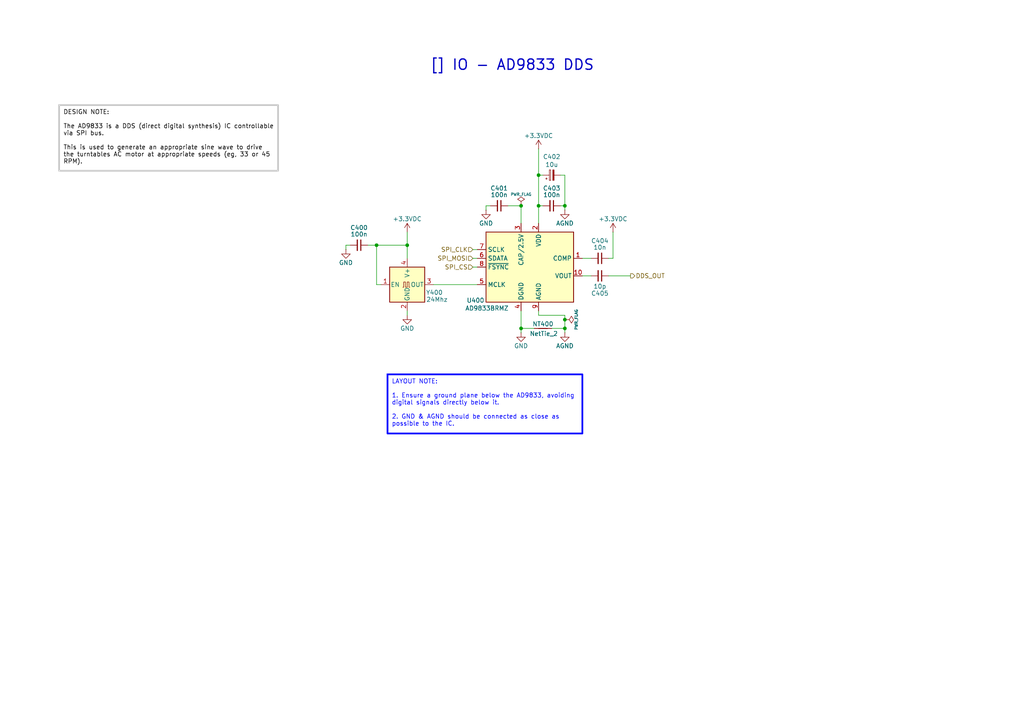
<source format=kicad_sch>
(kicad_sch (version 20250114) (generator "eeschema") (generator_version "9.0")
  (paper "A4")
  (title_block (title "IO - AD9833 DDS") (date "2025-07-15") (rev "1.0") (company "Wattle Labs"))
  (lib_symbols
    (symbol "Device:C_Polarized_Small" (pin_numbers (hide yes)) (pin_names (offset 0.254) (hide yes))
      (property "Reference" "C" (at 0.254 1.778 0))
      (property "Value" "C_Polarized_Small" (at 0.254 -2.032 0))
      (symbol "C_Polarized_Small_0_1"
        (rectangle (start -1.524 0.6858) (end 1.524 0.3048))
        (rectangle (start -1.524 -0.3048) (end 1.524 -0.6858) (fill (type outline)))
        (polyline (pts (xy -1.27 1.524) (xy -0.762 1.524)))
        (polyline (pts (xy -1.016 1.27) (xy -1.016 1.778)))
      )
      (symbol "C_Polarized_Small_1_1"
        (pin passive line (at 0 2.54 270) (length 1.8542) (name "~") (number "1"))
        (pin passive line (at 0 -2.54 90) (length 1.8542) (name "~") (number "2"))
      )
    )
    (symbol "Device:C_Small" (pin_numbers (hide yes)) (pin_names (offset 0.254) (hide yes))
      (property "Reference" "C" (at 0.254 1.778 0))
      (property "Value" "C_Small" (at 0.254 -2.032 0))
      (symbol "C_Small_0_1"
        (polyline (pts (xy -1.524 0.508) (xy 1.524 0.508)) (stroke (width 0.3048)))
        (polyline (pts (xy -1.524 -0.508) (xy 1.524 -0.508)) (stroke (width 0.3302)))
      )
      (symbol "C_Small_1_1"
        (pin passive line (at 0 2.54 270) (length 2.032) (name "~") (number "1"))
        (pin passive line (at 0 -2.54 90) (length 2.032) (name "~") (number "2"))
      )
    )
    (symbol "Device:NetTie_2" (pin_numbers (hide yes)) (pin_names (offset 0) (hide yes)) (in_bom no)
      (property "Reference" "NT" (at 0 1.27 0))
      (property "Value" "NetTie_2" (at 0 -1.27 0))
      (symbol "NetTie_2_0_1"
        (polyline (pts (xy -1.27 0) (xy 1.27 0)) (stroke (width 0.254)))
      )
      (symbol "NetTie_2_1_1"
        (pin passive line (at -2.54 0 0) (length 2.54) (name "1") (number "1"))
        (pin passive line (at 2.54 0 180) (length 2.54) (name "2") (number "2"))
      )
    )
    (symbol "Interface:AD9833xRM"
      (property "Reference" "U" (at -12.7 11.43 0))
      (property "Value" "AD9833xRM" (at 5.08 11.43 0))
      (symbol "AD9833xRM_0_1"
        (rectangle (start -12.7 10.16) (end 12.7 -10.16) (stroke (width 0.254)) (fill (type background)))
      )
      (symbol "AD9833xRM_1_1"
        (pin input line (at -15.24 5.08 0) (length 2.54) (name "SCLK") (number "7"))
        (pin input line (at -15.24 2.54 0) (length 2.54) (name "SDATA") (number "6"))
        (pin input line (at -15.24 0 0) (length 2.54) (name "~{FSYNC}") (number "8"))
        (pin input line (at -15.24 -5.08 0) (length 2.54) (name "MCLK") (number "5"))
        (pin power_in line (at -2.54 12.7 270) (length 2.54) (name "CAP/2.5V") (number "3"))
        (pin power_in line (at -2.54 -12.7 90) (length 2.54) (name "DGND") (number "4"))
        (pin power_in line (at 2.54 12.7 270) (length 2.54) (name "VDD") (number "2"))
        (pin power_in line (at 2.54 -12.7 90) (length 2.54) (name "AGND") (number "9"))
        (pin passive line (at 15.24 2.54 180) (length 2.54) (name "COMP") (number "1"))
        (pin output line (at 15.24 -2.54 180) (length 2.54) (name "VOUT") (number "10"))
      )
    )
    (symbol "Oscillator:XO32" (pin_names (offset 0.254))
      (property "Reference" "Y" (at -5.08 6.35 0))
      (property "Value" "XO32" (at 1.27 -6.35 0))
      (symbol "XO32_0_1"
        (rectangle (start -5.08 5.08) (end 5.08 -5.08) (stroke (width 0.254)) (fill (type background)))
        (polyline (pts (xy -1.27 -0.762) (xy -1.016 -0.762) (xy -1.016 0.762) (xy -0.508 0.762) (xy -0.508 -0.762) (xy 0 -0.762) (xy 0 0.762) (xy 0.508 0.762) (xy 0.508 -0.762) (xy 0.762 -0.762)))
      )
      (symbol "XO32_1_1"
        (pin input line (at -7.62 0 0) (length 2.54) (name "EN") (number "1"))
        (pin power_in line (at 0 7.62 270) (length 2.54) (name "V+") (number "4"))
        (pin power_in line (at 0 -7.62 90) (length 2.54) (name "GND") (number "2"))
        (pin output line (at 7.62 0 180) (length 2.54) (name "OUT") (number "3"))
      )
    )
    (symbol "power:+3.3V" (power) (pin_numbers (hide yes)) (pin_names (offset 0) (hide yes))
      (property "Value" "+3.3V" (at 0 3.556 0))
      (symbol "+3.3V_0_1"
        (polyline (pts (xy -0.762 1.27) (xy 0 2.54)))
        (polyline (pts (xy 0 2.54) (xy 0.762 1.27)))
        (polyline (pts (xy 0 0) (xy 0 2.54)))
      )
      (symbol "+3.3V_1_1"
        (pin power_in line (at 0 0 90) (length 0) (name "~") (number "1"))
      )
    )
    (symbol "power:GND" (power) (pin_numbers (hide yes)) (pin_names (offset 0) (hide yes))
      (property "Value" "GND" (at 0 -3.81 0))
      (symbol "GND_0_1"
        (polyline (pts (xy 0 0) (xy 0 -1.27) (xy 1.27 -1.27) (xy 0 -2.54) (xy -1.27 -1.27) (xy 0 -1.27)))
      )
      (symbol "GND_1_1"
        (pin power_in line (at 0 0 270) (length 0) (name "~") (number "1"))
      )
    )
    (symbol "power:PWR_FLAG" (power) (pin_numbers (hide yes)) (pin_names (offset 0) (hide yes))
      (property "Value" "PWR_FLAG" (at 0 3.81 0))
      (symbol "PWR_FLAG_0_0"
        (pin power_out line (at 0 0 90) (length 0) (name "~") (number "1"))
      )
      (symbol "PWR_FLAG_0_1"
        (polyline (pts (xy 0 0) (xy 0 1.27) (xy -1.016 1.905) (xy 0 2.54) (xy 1.016 1.905) (xy 0 1.27)))
      )
    )
  )
  (text_box "[${#}] ${TITLE}" (at 12.065 12.065 0) (size 273.05 13.335) (margins 2.2499 2.2499 2.2499 2.2499) (stroke (width -0.0001)) (effects (font (size 3 3) (thickness 0.375))))
  (text_box "LAYOUT NOTE:\n\n1. Ensure a ground plane below the AD9833, avoiding digital signals directly below it.\n\n2. GND & AGND should be connected as close as possible to the IC." (at 112.395 108.585 0) (size 56.515 17.145) (margins 1.2025 1.2025 1.2025 1.2025) (stroke (width 0.5) (color 0 0 255 1)) (effects (font (size 1.27 1.27) (thickness 0.1588)) (justify left top)))
  (text_box "DESIGN NOTE:\n\nThe AD9833 is a DDS (direct digital synthesis) IC controllable via SPI bus.\n\nThis is used to generate an appropriate sine wave to drive the turntables AC motor at appropriate speeds (eg, 33 or 45 RPM).\n" (at 17.145 30.48 0) (size 63.5 19.05) (margins 1.2025 1.2025 1.2025 1.2025) (stroke (width 0.5) (color 200 200 200 1)) (effects (font (size 1.27 1.27)) (justify left top)))
  (junction (at 118.11 71.12))
  (junction (at 156.21 50.8))
  (junction (at 163.83 92.71))
  (junction (at 163.83 95.25))
  (junction (at 156.21 59.69))
  (junction (at 163.83 59.69))
  (junction (at 151.13 59.69))
  (junction (at 151.13 95.25))
  (junction (at 109.22 71.12))
  (wire (pts (xy 176.53 74.93) (xy 177.8 74.93)))
  (wire (pts (xy 163.83 50.8) (xy 163.83 59.69)))
  (wire (pts (xy 118.11 71.12) (xy 118.11 74.93)))
  (wire (pts (xy 147.32 59.69) (xy 151.13 59.69)))
  (wire (pts (xy 140.97 59.69) (xy 140.97 60.96)))
  (wire (pts (xy 101.6 71.12) (xy 100.33 71.12)))
  (wire (pts (xy 137.16 77.47) (xy 138.43 77.47)))
  (wire (pts (xy 176.53 80.01) (xy 182.88 80.01)))
  (wire (pts (xy 156.21 59.69) (xy 157.48 59.69)))
  (wire (pts (xy 109.22 71.12) (xy 118.11 71.12)))
  (wire (pts (xy 109.22 82.55) (xy 109.22 71.12)))
  (wire (pts (xy 140.97 59.69) (xy 142.24 59.69)))
  (wire (pts (xy 151.13 90.17) (xy 151.13 95.25)))
  (wire (pts (xy 168.91 80.01) (xy 171.45 80.01)))
  (wire (pts (xy 125.73 82.55) (xy 138.43 82.55)))
  (wire (pts (xy 156.21 43.18) (xy 156.21 50.8)))
  (wire (pts (xy 156.21 50.8) (xy 156.21 59.69)))
  (wire (pts (xy 162.56 50.8) (xy 163.83 50.8)))
  (wire (pts (xy 110.49 82.55) (xy 109.22 82.55)))
  (wire (pts (xy 137.16 72.39) (xy 138.43 72.39)))
  (wire (pts (xy 100.33 71.12) (xy 100.33 72.39)))
  (wire (pts (xy 156.21 64.77) (xy 156.21 59.69)))
  (wire (pts (xy 168.91 74.93) (xy 171.45 74.93)))
  (wire (pts (xy 137.16 74.93) (xy 138.43 74.93)))
  (wire (pts (xy 163.83 59.69) (xy 163.83 60.96)))
  (wire (pts (xy 163.83 91.44) (xy 156.21 91.44)))
  (wire (pts (xy 157.48 50.8) (xy 156.21 50.8)))
  (wire (pts (xy 118.11 90.17) (xy 118.11 91.44)))
  (wire (pts (xy 106.68 71.12) (xy 109.22 71.12)))
  (wire (pts (xy 151.13 59.69) (xy 151.13 64.77)))
  (wire (pts (xy 163.83 91.44) (xy 163.83 92.71)))
  (wire (pts (xy 160.02 95.25) (xy 163.83 95.25)))
  (wire (pts (xy 118.11 67.31) (xy 118.11 71.12)))
  (wire (pts (xy 151.13 95.25) (xy 154.94 95.25)))
  (wire (pts (xy 177.8 74.93) (xy 177.8 67.31)))
  (wire (pts (xy 163.83 59.69) (xy 162.56 59.69)))
  (wire (pts (xy 163.83 95.25) (xy 163.83 96.52)))
  (wire (pts (xy 163.83 92.71) (xy 163.83 95.25)))
  (wire (pts (xy 151.13 95.25) (xy 151.13 96.52)))
  (wire (pts (xy 156.21 91.44) (xy 156.21 90.17)))
  (hierarchical_label "SPI_CS" (shape input) (at 137.16 77.47 180))
  (hierarchical_label "DDS_OUT" (shape output) (at 182.88 80.01 0))
  (hierarchical_label "SPI_MOSI" (shape input) (at 137.16 74.93 180))
  (hierarchical_label "SPI_CLK" (shape input) (at 137.16 72.39 180))
  (symbol (lib_id "Interface:AD9833xRM") (at 153.67 77.47 0) (unit 1)
    (property "Reference" "U400" (at 137.922 87.122 0))
    (property "Value" "AD9833BRMZ" (at 141.224 89.408 0))
    (property "Footprint" "Package_SO:MSOP-10_3x3mm_P0.5mm" (effects (hide yes)))
    (property "Datasheet" "https://www.analog.com/media/en/technical-documentation/data-sheets/ad9833.pdf" (effects (hide yes)))
    (property "Description" "10 bit 25 MHz Programmable Waveform Generator, 2.3V to 5.5V, 12.65mW, MSOP-10" (effects (hide yes)))
    (property "Digikey_PN" "AD9833BRMZ" (effects (hide yes)))
  )
  (symbol (lib_id "power:+3.3V") (at 156.21 43.18 0) (unit 1)
    (property "Reference" "#PWR0405" (effects (hide yes)))
    (property "Value" "+3.3VDC" (at 156.21 39.37 0))
    (property "Description" "Power symbol creates a global label with name \"+3.3V\"" (effects (hide yes)))
  )
  (symbol (lib_id "Device:NetTie_2") (at 157.48 95.25 0) (unit 1) (in_bom no)
    (property "Reference" "NT400" (at 157.48 93.98 0))
    (property "Value" "NetTie_2" (at 157.734 96.774 0))
    (property "Footprint" "NetTie:NetTie-2_SMD_Pad0.5mm" (effects (hide yes)))
    (property "Description" "Net tie, 2 pins" (effects (hide yes)))
  )
  (symbol (lib_id "Device:C_Small") (at 104.14 71.12 270) (unit 1)
    (property "Reference" "C400" (at 104.14 66.04 90))
    (property "Value" "100n" (at 104.14 67.945 90))
    (property "Footprint" "Capacitor_SMD:C_0603_1608Metric" (effects (hide yes)))
    (property "Description" "Unpolarized capacitor, small symbol" (effects (hide yes)))
    (property "Digikey_PN" "399-C0603C104K4RACTUCT-ND" (effects (hide yes)))
  )
  (symbol (lib_id "power:GND") (at 151.13 96.52 0) (unit 1)
    (property "Reference" "#PWR0404" (effects (hide yes)))
    (property "Value" "GND" (at 151.13 100.33 0))
    (property "Description" "Power symbol creates a global label with name \"GND\" , ground" (effects (hide yes)))
  )
  (symbol (lib_id "Device:C_Small") (at 144.78 59.69 270) (unit 1)
    (property "Reference" "C401" (at 144.78 54.61 90))
    (property "Value" "100n" (at 144.78 56.515 90))
    (property "Footprint" "Capacitor_SMD:C_0603_1608Metric" (effects (hide yes)))
    (property "Description" "Unpolarized capacitor, small symbol" (effects (hide yes)))
    (property "Digikey_PN" "399-C0603C104K4RACTUCT-ND" (effects (hide yes)))
  )
  (symbol (lib_id "Device:C_Small") (at 173.99 74.93 270) (unit 1)
    (property "Reference" "C404" (at 173.99 69.85 90))
    (property "Value" "10n" (at 173.99 71.755 90))
    (property "Footprint" "Capacitor_SMD:C_0603_1608Metric" (effects (hide yes)))
    (property "Description" "CAP CER 10nF (10000p or 0.01u) 16V X7R 0603" (effects (hide yes)))
    (property "Digikey_PN" "311-3369-1-ND" (effects (hide yes)))
  )
  (symbol (lib_id "power:PWR_FLAG") (at 151.13 59.69 0) (unit 1)
    (property "Reference" "#FLG0105" (effects (hide yes)))
    (property "Value" "PWR_FLAG" (at 151.13 56.388 0) (effects (font (size 0.8 0.8))))
    (property "Description" "Special symbol for telling ERC where power comes from" (effects (hide yes)))
  )
  (symbol (lib_id "power:+3.3V") (at 118.11 67.31 0) (unit 1)
    (property "Reference" "#PWR0401" (effects (hide yes)))
    (property "Value" "+3.3VDC" (at 118.11 63.5 0))
    (property "Description" "Power symbol creates a global label with name \"+3.3V\"" (effects (hide yes)))
  )
  (symbol (lib_id "power:GND") (at 118.11 91.44 0) (unit 1)
    (property "Reference" "#PWR0402" (effects (hide yes)))
    (property "Value" "GND" (at 118.11 95.25 0))
    (property "Description" "Power symbol creates a global label with name \"GND\" , ground" (effects (hide yes)))
  )
  (symbol (lib_id "Device:C_Polarized_Small") (at 160.02 50.8 90) (unit 1)
    (property "Reference" "C402" (at 160.02 45.466 90))
    (property "Value" "10u" (at 160.02 47.752 90))
    (property "Footprint" "Capacitor_Tantalum_SMD:CP_EIA-3216-18_Kemet-A" (effects (hide yes)))
    (property "Description" "10 µF Molded Tantalum Capacitors 16 V 1206 (3216 Metric) 3Ohm" (effects (hide yes)))
    (property "Digikey_PN" "399-8269-1-ND" (effects (hide yes)))
  )
  (symbol (lib_id "Device:C_Small") (at 173.99 80.01 270) (unit 1)
    (property "Reference" "C405" (at 173.99 85.09 90))
    (property "Value" "10p" (at 173.99 83.058 90))
    (property "Footprint" "Capacitor_SMD:C_0603_1608Metric" (effects (hide yes)))
    (property "Description" "10 pF ±5% 16V Ceramic Capacitor C0G, NP0 0603 (1608 Metric)" (effects (hide yes)))
    (property "Digikey_PN" "732-7760-1-ND" (effects (hide yes)))
  )
  (symbol (lib_id "power:PWR_FLAG") (at 163.83 92.71 270) (unit 1)
    (property "Reference" "#FLG0106" (effects (hide yes)))
    (property "Value" "PWR_FLAG" (at 167.132 92.71 0) (effects (font (size 0.8 0.8))))
    (property "Description" "Special symbol for telling ERC where power comes from" (effects (hide yes)))
  )
  (symbol (lib_id "Oscillator:XO32") (at 118.11 82.55 0) (unit 1)
    (property "Reference" "Y400" (at 125.984 84.836 0))
    (property "Value" "24Mhz" (at 126.746 86.868 0))
    (property "Footprint" "Oscillator:Oscillator_SMD_EuroQuartz_XO32-4Pin_3.2x2.5mm" (effects (hide yes)))
    (property "Datasheet" "http://cdn-reichelt.de/documents/datenblatt/B400/XO32.pdf" (effects (hide yes)))
    (property "Description" "24 MHz XO (Standard) HCMOS, LVCMOS Oscillator 1.8V ~ 3.3V Enable/Disable 4-SMD, No Lead" (effects (hide yes)))
    (property "Digikey_PN" "1908-O240-JO32-B-1V3-1-T1-LFCT-ND" (effects (hide yes)))
  )
  (symbol (lib_id "power:GND") (at 100.33 72.39 0) (unit 1)
    (property "Reference" "#PWR0400" (effects (hide yes)))
    (property "Value" "GND" (at 100.33 76.2 0))
    (property "Description" "Power symbol creates a global label with name \"GND\" , ground" (effects (hide yes)))
  )
  (symbol (lib_id "power:GND") (at 163.83 96.52 0) (unit 1)
    (property "Reference" "#PWR0407" (effects (hide yes)))
    (property "Value" "AGND" (at 163.83 100.33 0))
    (property "Description" "Power symbol creates a global label with name \"GND\" , ground" (effects (hide yes)))
  )
  (symbol (lib_id "power:+3.3V") (at 177.8 67.31 0) (unit 1)
    (property "Reference" "#PWR0408" (effects (hide yes)))
    (property "Value" "+3.3VDC" (at 177.8 63.5 0))
    (property "Description" "Power symbol creates a global label with name \"+3.3V\"" (effects (hide yes)))
  )
  (symbol (lib_id "power:GND") (at 163.83 60.96 0) (unit 1)
    (property "Reference" "#PWR0406" (effects (hide yes)))
    (property "Value" "AGND" (at 163.83 64.77 0))
    (property "Description" "Power symbol creates a global label with name \"GND\" , ground" (effects (hide yes)))
  )
  (symbol (lib_id "Device:C_Small") (at 160.02 59.69 270) (unit 1)
    (property "Reference" "C403" (at 160.02 54.61 90))
    (property "Value" "100n" (at 160.02 56.515 90))
    (property "Footprint" "Capacitor_SMD:C_0603_1608Metric" (effects (hide yes)))
    (property "Description" "Unpolarized capacitor, small symbol" (effects (hide yes)))
    (property "Digikey_PN" "399-C0603C104K4RACTUCT-ND" (effects (hide yes)))
  )
  (symbol (lib_id "power:GND") (at 140.97 60.96 0) (unit 1)
    (property "Reference" "#PWR0403" (effects (hide yes)))
    (property "Value" "GND" (at 140.97 64.77 0))
    (property "Description" "Power symbol creates a global label with name \"GND\" , ground" (effects (hide yes)))
  )
)
</source>
